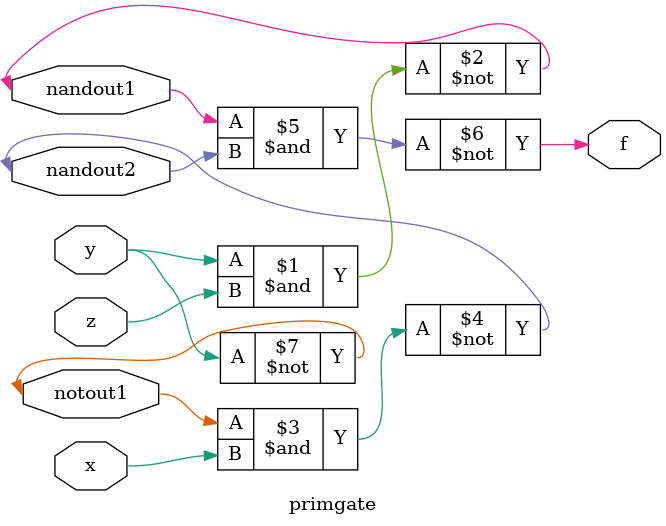
<source format=v>
module primgate(x, y, z, f, nandout1, nandout2, notout1);
	input x, y, z;
	output f;
	inout nandout1, nandout2, notout1;
	
	wire x, y, z, f, nandout1, nandout2, notout1;
	
	not noty(notout1, y);
	
	nand nand1(nandout1,y,z);
	nand nand2(nandout2,notout1,x);
	nand nand3(f,nandout1,nandout2);
	
endmodule

</source>
